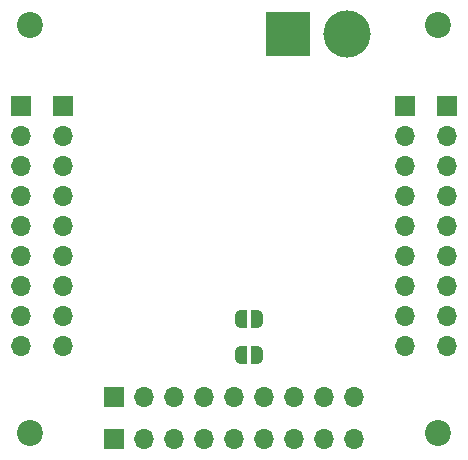
<source format=gbr>
%TF.GenerationSoftware,KiCad,Pcbnew,(6.0.6-1)-1*%
%TF.CreationDate,2022-08-24T14:22:51-07:00*%
%TF.ProjectId,VIO-Board-rounded,56494f2d-426f-4617-9264-2d726f756e64,rev?*%
%TF.SameCoordinates,Original*%
%TF.FileFunction,Soldermask,Bot*%
%TF.FilePolarity,Negative*%
%FSLAX46Y46*%
G04 Gerber Fmt 4.6, Leading zero omitted, Abs format (unit mm)*
G04 Created by KiCad (PCBNEW (6.0.6-1)-1) date 2022-08-24 14:22:51*
%MOMM*%
%LPD*%
G01*
G04 APERTURE LIST*
G04 Aperture macros list*
%AMFreePoly0*
4,1,22,0.500000,-0.750000,0.000000,-0.750000,0.000000,-0.745033,-0.079941,-0.743568,-0.215256,-0.701293,-0.333266,-0.622738,-0.424486,-0.514219,-0.481581,-0.384460,-0.499164,-0.250000,-0.500000,-0.250000,-0.500000,0.250000,-0.499164,0.250000,-0.499963,0.256109,-0.478152,0.396186,-0.417904,0.524511,-0.324060,0.630769,-0.204165,0.706417,-0.067858,0.745374,0.000000,0.744959,0.000000,0.750000,
0.500000,0.750000,0.500000,-0.750000,0.500000,-0.750000,$1*%
%AMFreePoly1*
4,1,20,0.000000,0.744959,0.073905,0.744508,0.209726,0.703889,0.328688,0.626782,0.421226,0.519385,0.479903,0.390333,0.500000,0.250000,0.500000,-0.250000,0.499851,-0.262216,0.476331,-0.402017,0.414519,-0.529596,0.319384,-0.634700,0.198574,-0.708877,0.061801,-0.746166,0.000000,-0.745033,0.000000,-0.750000,-0.500000,-0.750000,-0.500000,0.750000,0.000000,0.750000,0.000000,0.744959,
0.000000,0.744959,$1*%
G04 Aperture macros list end*
%ADD10C,2.200000*%
%ADD11R,1.700000X1.700000*%
%ADD12O,1.700000X1.700000*%
%ADD13R,3.800000X3.800000*%
%ADD14C,4.000000*%
%ADD15FreePoly0,180.000000*%
%ADD16FreePoly1,180.000000*%
G04 APERTURE END LIST*
D10*
%TO.C,REF\u002A\u002A*%
X59182000Y-87884000D03*
%TD*%
D11*
%TO.C,J6*%
X58445000Y-60208008D03*
D12*
X58445000Y-62748008D03*
X58445000Y-65288008D03*
X58445000Y-67828008D03*
X58445000Y-70368008D03*
X58445000Y-72908008D03*
X58445000Y-75448008D03*
X58445000Y-77988008D03*
X58445000Y-80528008D03*
%TD*%
D11*
%TO.C,J4*%
X90932000Y-60208000D03*
D12*
X90932000Y-62748000D03*
X90932000Y-65288000D03*
X90932000Y-67828000D03*
X90932000Y-70368000D03*
X90932000Y-72908000D03*
X90932000Y-75448000D03*
X90932000Y-77988000D03*
X90932000Y-80528000D03*
%TD*%
D11*
%TO.C,J5*%
X66304000Y-84836000D03*
D12*
X68844000Y-84836000D03*
X71384000Y-84836000D03*
X73924000Y-84836000D03*
X76464000Y-84836000D03*
X79004000Y-84836000D03*
X81544000Y-84836000D03*
X84084000Y-84836000D03*
X86624000Y-84836000D03*
%TD*%
D10*
%TO.C,REF\u002A\u002A*%
X59182000Y-53340000D03*
%TD*%
%TO.C,REF\u002A\u002A*%
X93726000Y-87884000D03*
%TD*%
D13*
%TO.C,J1*%
X81066000Y-54102000D03*
D14*
X86066000Y-54102000D03*
%TD*%
D10*
%TO.C,REF\u002A\u002A*%
X93726000Y-53340000D03*
%TD*%
D11*
%TO.C,J7*%
X94512994Y-60208008D03*
D12*
X94512994Y-62748008D03*
X94512994Y-65288008D03*
X94512994Y-67828008D03*
X94512994Y-70368008D03*
X94512994Y-72908008D03*
X94512994Y-75448008D03*
X94512994Y-77988008D03*
X94512994Y-80528008D03*
%TD*%
D11*
%TO.C,J8*%
X66304000Y-88367000D03*
D12*
X68844000Y-88367000D03*
X71384000Y-88367000D03*
X73924000Y-88367000D03*
X76464000Y-88367000D03*
X79004000Y-88367000D03*
X81544000Y-88367000D03*
X84084000Y-88367000D03*
X86624000Y-88367000D03*
%TD*%
D11*
%TO.C,J3*%
X61976000Y-60208008D03*
D12*
X61976000Y-62748008D03*
X61976000Y-65288008D03*
X61976000Y-67828008D03*
X61976000Y-70368008D03*
X61976000Y-72908008D03*
X61976000Y-75448008D03*
X61976000Y-77988008D03*
X61976000Y-80528008D03*
%TD*%
D15*
%TO.C,JP1*%
X78374000Y-81280000D03*
D16*
X77074000Y-81280000D03*
%TD*%
D15*
%TO.C,JP2*%
X78374000Y-78232000D03*
D16*
X77074000Y-78232000D03*
%TD*%
M02*

</source>
